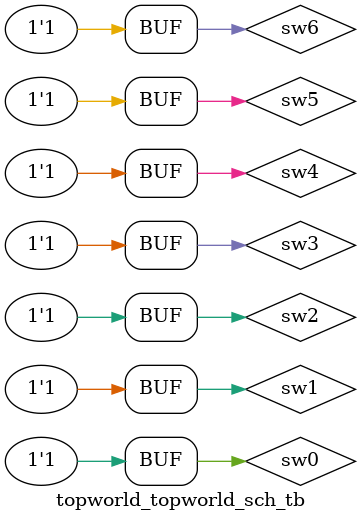
<source format=v>

`timescale 1ns / 1ps

module topworld_topworld_sch_tb();

// Inputs
   reg sw0;
   reg sw2;
   reg sw4;
   reg sw1;
   reg sw6;
   reg sw5;
   reg sw3;

// Output
   wire CA;
   wire CB;
   wire CC;
   wire CD;
   wire CE;
   wire CF;
   wire CG;
   wire Thisan0;
   wire Thisan1;
   wire Thisan2;
   wire Thisan3;

// Bidirs

// Instantiate the UUT
   topworld UUT (
		.sw0(sw0), 
		.sw2(sw2), 
		.sw4(sw4), 
		.sw1(sw1), 
		.sw6(sw6), 
		.sw5(sw5), 
		.sw3(sw3), 
		.CA(CA), 
		.CB(CB), 
		.CC(CC), 
		.CD(CD), 
		.CE(CE), 
		.CF(CF), 
		.CG(CG), 
		.Thisan0(Thisan0), 
		.Thisan1(Thisan1), 
		.Thisan2(Thisan2), 
		.Thisan3(Thisan3)
   );
// Initialize Inputs
   `ifdef auto_init
       initial begin
		sw0 = 0;
		sw2 = 0;
		sw4 = 0;
		sw1 = 0;
		sw6 = 0;
		sw5 = 0;
		sw3 = 0;
   `endif
	
initial
begin	
// If your labels for the input markers from the switches are
// not sw0, sw1, etc. then  uncomment the lines below and substitute 
// your labels for each MY_SWITCH_#
// Also uncommnet the line above "initial"
//
//	assign MY_SWITCH_0 = sw0;
//	assign MY_SWITCH_1 = sw1;
//	assign MY_SWITCH_2 = sw2;
//	assign MY_SWITCH_3 = sw3;
//	assign MY_SWITCH_4 = sw4;
//	assign MY_SWITCH_5 = sw5;
//	assign MY_SWITCH_6 = sw6;

        sw0=1'b0;
        sw1=1'b0;
        sw2=1'b0;
        sw3=1'b0;
        sw4=1'b0;
        sw5=1'b0;
        sw6=1'b0;
        // sum is 0 
	//-------------  Current Time:  0ns
	#100;
	sw0 = 1'b1;
        // sum is 1
        // -------------  Current Time:  100ns
        #100;
        sw1 = 1'b1;
        // sum is 2
        // -------------  Current Time:  200ns
        #100;
        sw4 = 1'b1;
        // sum is 3
        // -------------  Current Time:  300ns
        #100;
        sw0 = 1'b0;
		  sw5 = 1'b1;
        // sum is 4
        // -------------  Current Time:  400ns
        #100;
        sw0 = 1'b1;
        // sum is 5
        // -------------  Current Time:  500ns
        #100;
        sw1 = 1'b0;
        sw2 = 1'b1;
        // sum is 6
        // -------------  Current Time:  600ns
        #200;
        sw1 = 1'b1;
        // sum is 7
        // -------------  Current Time:  700ns
        #100;
        sw4 = 1'b0;
        sw5 = 1'b0;
        sw6 = 1'b1;
        // sum is 8
        // -------------  Current Time:  800ns
        #100;
        sw4 = 1'b1;
        // sum is 9
        // -------------  Current Time:  900ns
        #100;
        sw1 = 1'b0;
        sw2 = 1'b0;
        sw3 = 1'b1;
        // sum is 10
        // -------------  Current Time:  1000ns
		  #100;
		  sw1 = 1'b1;
		  //sum is 11
		  //-------------- Current Time: 1100ns
		  #100;
		  sw4 = 1'b0;
		  sw5 = 1'b1;
		  //sum is 12
		  //-------------- Current Time: 1200ns
		  #100;	
			sw4 = 1'b1;
		  //sum is 13
		  //-------------- Current Time: 1300ns
		  #100;
		  sw0 = 1'b0;
		  sw2 = 1'b1;
		  //sum is 14
		  //-------------- Current Time: 1400ns
		  #100;
		  sw0 = 1'b1;
		  //sum is 15
		  //-------------- Current Time: 1500ns
		  //
	// complete this testbentch  so that all 
	// 16 hex values are generated
    end
	endmodule


</source>
